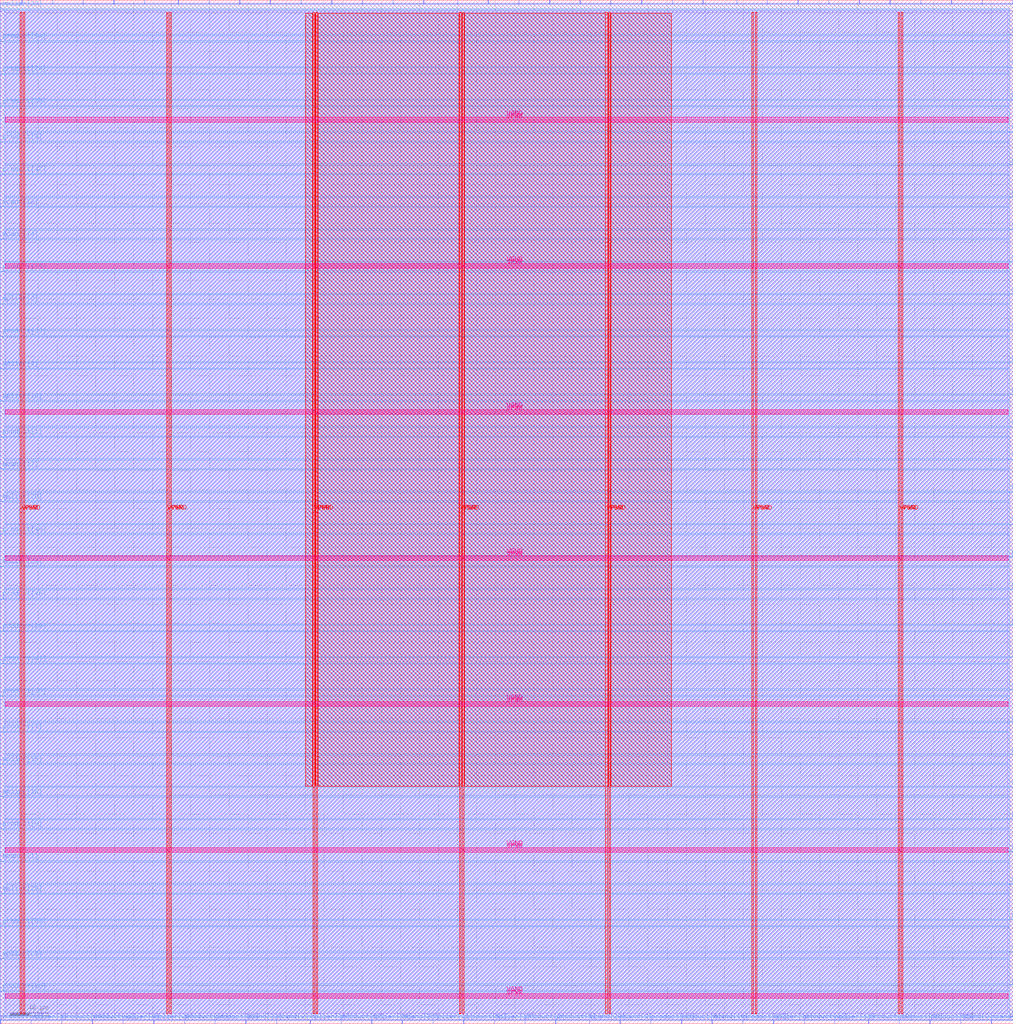
<source format=lef>
VERSION 5.7 ;
  NOWIREEXTENSIONATPIN ON ;
  DIVIDERCHAR "/" ;
  BUSBITCHARS "[]" ;
MACRO combinational_multiplier_32x32
  CLASS BLOCK ;
  FOREIGN combinational_multiplier_32x32 ;
  ORIGIN 0.000 0.000 ;
  SIZE 1063.210 BY 1073.930 ;
  PIN VGND
    DIRECTION INOUT ;
    USE GROUND ;
    PORT
      LAYER met4 ;
        RECT 24.340 10.640 25.940 1061.040 ;
    END
    PORT
      LAYER met4 ;
        RECT 177.940 10.640 179.540 1061.040 ;
    END
    PORT
      LAYER met4 ;
        RECT 331.540 10.640 333.140 1061.040 ;
    END
    PORT
      LAYER met4 ;
        RECT 485.140 10.640 486.740 1061.040 ;
    END
    PORT
      LAYER met4 ;
        RECT 638.740 10.640 640.340 1061.040 ;
    END
    PORT
      LAYER met4 ;
        RECT 792.340 10.640 793.940 1061.040 ;
    END
    PORT
      LAYER met4 ;
        RECT 945.940 10.640 947.540 1061.040 ;
    END
    PORT
      LAYER met5 ;
        RECT 5.280 30.030 1057.780 31.630 ;
    END
    PORT
      LAYER met5 ;
        RECT 5.280 183.210 1057.780 184.810 ;
    END
    PORT
      LAYER met5 ;
        RECT 5.280 336.390 1057.780 337.990 ;
    END
    PORT
      LAYER met5 ;
        RECT 5.280 489.570 1057.780 491.170 ;
    END
    PORT
      LAYER met5 ;
        RECT 5.280 642.750 1057.780 644.350 ;
    END
    PORT
      LAYER met5 ;
        RECT 5.280 795.930 1057.780 797.530 ;
    END
    PORT
      LAYER met5 ;
        RECT 5.280 949.110 1057.780 950.710 ;
    END
  END VGND
  PIN VPWR
    DIRECTION INOUT ;
    USE POWER ;
    PORT
      LAYER met4 ;
        RECT 21.040 10.640 22.640 1061.040 ;
    END
    PORT
      LAYER met4 ;
        RECT 174.640 10.640 176.240 1061.040 ;
    END
    PORT
      LAYER met4 ;
        RECT 328.240 10.640 329.840 1061.040 ;
    END
    PORT
      LAYER met4 ;
        RECT 481.840 10.640 483.440 1061.040 ;
    END
    PORT
      LAYER met4 ;
        RECT 635.440 10.640 637.040 1061.040 ;
    END
    PORT
      LAYER met4 ;
        RECT 789.040 10.640 790.640 1061.040 ;
    END
    PORT
      LAYER met4 ;
        RECT 942.640 10.640 944.240 1061.040 ;
    END
    PORT
      LAYER met5 ;
        RECT 5.280 26.730 1057.780 28.330 ;
    END
    PORT
      LAYER met5 ;
        RECT 5.280 179.910 1057.780 181.510 ;
    END
    PORT
      LAYER met5 ;
        RECT 5.280 333.090 1057.780 334.690 ;
    END
    PORT
      LAYER met5 ;
        RECT 5.280 486.270 1057.780 487.870 ;
    END
    PORT
      LAYER met5 ;
        RECT 5.280 639.450 1057.780 641.050 ;
    END
    PORT
      LAYER met5 ;
        RECT 5.280 792.630 1057.780 794.230 ;
    END
    PORT
      LAYER met5 ;
        RECT 5.280 945.810 1057.780 947.410 ;
    END
  END VPWR
  PIN mcand[0]
    DIRECTION INPUT ;
    USE SIGNAL ;
    ANTENNAGATEAREA 0.990000 ;
    PORT
      LAYER met3 ;
        RECT 1059.210 1037.040 1063.210 1037.640 ;
    END
  END mcand[0]
  PIN mcand[10]
    DIRECTION INPUT ;
    USE SIGNAL ;
    ANTENNAGATEAREA 0.742500 ;
    PORT
      LAYER met3 ;
        RECT 1059.210 384.240 1063.210 384.840 ;
    END
  END mcand[10]
  PIN mcand[11]
    DIRECTION INPUT ;
    USE SIGNAL ;
    ANTENNAGATEAREA 0.742500 ;
    PORT
      LAYER met3 ;
        RECT 1059.210 591.640 1063.210 592.240 ;
    END
  END mcand[11]
  PIN mcand[12]
    DIRECTION INPUT ;
    USE SIGNAL ;
    ANTENNAGATEAREA 0.426000 ;
    PORT
      LAYER met3 ;
        RECT 0.000 856.840 4.000 857.440 ;
    END
  END mcand[12]
  PIN mcand[13]
    DIRECTION INPUT ;
    USE SIGNAL ;
    ANTENNAGATEAREA 0.742500 ;
    PORT
      LAYER met2 ;
        RECT 479.870 1069.930 480.150 1073.930 ;
    END
  END mcand[13]
  PIN mcand[14]
    DIRECTION INPUT ;
    USE SIGNAL ;
    ANTENNAGATEAREA 0.742500 ;
    PORT
      LAYER met3 ;
        RECT 0.000 822.840 4.000 823.440 ;
    END
  END mcand[14]
  PIN mcand[15]
    DIRECTION INPUT ;
    USE SIGNAL ;
    ANTENNAGATEAREA 0.247500 ;
    PORT
      LAYER met2 ;
        RECT 512.070 1069.930 512.350 1073.930 ;
    END
  END mcand[15]
  PIN mcand[16]
    DIRECTION INPUT ;
    USE SIGNAL ;
    ANTENNAGATEAREA 0.426000 ;
    PORT
      LAYER met2 ;
        RECT 747.130 0.000 747.410 4.000 ;
    END
  END mcand[16]
  PIN mcand[17]
    DIRECTION INPUT ;
    USE SIGNAL ;
    ANTENNAGATEAREA 0.495000 ;
    PORT
      LAYER met3 ;
        RECT 0.000 581.440 4.000 582.040 ;
    END
  END mcand[17]
  PIN mcand[18]
    DIRECTION INPUT ;
    USE SIGNAL ;
    ANTENNAGATEAREA 0.742500 ;
    PORT
      LAYER met2 ;
        RECT 901.690 1069.930 901.970 1073.930 ;
    END
  END mcand[18]
  PIN mcand[19]
    DIRECTION INPUT ;
    USE SIGNAL ;
    ANTENNAGATEAREA 0.742500 ;
    PORT
      LAYER met2 ;
        RECT 186.850 1069.930 187.130 1073.930 ;
    END
  END mcand[19]
  PIN mcand[1]
    DIRECTION INPUT ;
    USE SIGNAL ;
    ANTENNAGATEAREA 0.742500 ;
    PORT
      LAYER met2 ;
        RECT 933.890 1069.930 934.170 1073.930 ;
    END
  END mcand[1]
  PIN mcand[20]
    DIRECTION INPUT ;
    USE SIGNAL ;
    ANTENNAGATEAREA 0.852000 ;
    PORT
      LAYER met2 ;
        RECT 1040.150 0.000 1040.430 4.000 ;
    END
  END mcand[20]
  PIN mcand[21]
    DIRECTION INPUT ;
    USE SIGNAL ;
    ANTENNAGATEAREA 0.852000 ;
    PORT
      LAYER met3 ;
        RECT 0.000 170.040 4.000 170.640 ;
    END
  END mcand[21]
  PIN mcand[22]
    DIRECTION INPUT ;
    USE SIGNAL ;
    ANTENNAGATEAREA 0.426000 ;
    PORT
      LAYER met2 ;
        RECT 257.690 0.000 257.970 4.000 ;
    END
  END mcand[22]
  PIN mcand[23]
    DIRECTION INPUT ;
    USE SIGNAL ;
    ANTENNAGATEAREA 0.742500 ;
    PORT
      LAYER met3 ;
        RECT 1059.210 350.240 1063.210 350.840 ;
    END
  END mcand[23]
  PIN mcand[24]
    DIRECTION INPUT ;
    USE SIGNAL ;
    ANTENNAGATEAREA 0.742500 ;
    PORT
      LAYER met2 ;
        RECT 1062.690 1069.930 1062.970 1073.930 ;
    END
  END mcand[24]
  PIN mcand[25]
    DIRECTION INPUT ;
    USE SIGNAL ;
    ANTENNAGATEAREA 0.495000 ;
    PORT
      LAYER met3 ;
        RECT 1059.210 248.240 1063.210 248.840 ;
    END
  END mcand[25]
  PIN mcand[26]
    DIRECTION INPUT ;
    USE SIGNAL ;
    ANTENNAGATEAREA 0.852000 ;
    PORT
      LAYER met2 ;
        RECT 421.910 0.000 422.190 4.000 ;
    END
  END mcand[26]
  PIN mcand[27]
    DIRECTION INPUT ;
    USE SIGNAL ;
    ANTENNAGATEAREA 0.247500 ;
    PORT
      LAYER met2 ;
        RECT 444.450 1069.930 444.730 1073.930 ;
    END
  END mcand[27]
  PIN mcand[28]
    DIRECTION INPUT ;
    USE SIGNAL ;
    ANTENNAGATEAREA 0.247500 ;
    PORT
      LAYER met3 ;
        RECT 1059.210 799.040 1063.210 799.640 ;
    END
  END mcand[28]
  PIN mcand[29]
    DIRECTION INPUT ;
    USE SIGNAL ;
    ANTENNAGATEAREA 0.742500 ;
    PORT
      LAYER met2 ;
        RECT 618.330 0.000 618.610 4.000 ;
    END
  END mcand[29]
  PIN mcand[2]
    DIRECTION INPUT ;
    USE SIGNAL ;
    ANTENNAGATEAREA 0.247500 ;
    PORT
      LAYER met2 ;
        RECT 289.890 0.000 290.170 4.000 ;
    END
  END mcand[2]
  PIN mcand[30]
    DIRECTION INPUT ;
    USE SIGNAL ;
    ANTENNAGATEAREA 0.213000 ;
    PORT
      LAYER met2 ;
        RECT 251.250 1069.930 251.530 1073.930 ;
    END
  END mcand[30]
  PIN mcand[31]
    DIRECTION INPUT ;
    USE SIGNAL ;
    ANTENNAGATEAREA 0.213000 ;
    PORT
      LAYER met3 ;
        RECT 1059.210 625.640 1063.210 626.240 ;
    END
  END mcand[31]
  PIN mcand[3]
    DIRECTION INPUT ;
    USE SIGNAL ;
    ANTENNAGATEAREA 0.495000 ;
    PORT
      LAYER met2 ;
        RECT 650.530 0.000 650.810 4.000 ;
    END
  END mcand[3]
  PIN mcand[4]
    DIRECTION INPUT ;
    USE SIGNAL ;
    ANTENNAGATEAREA 0.990000 ;
    PORT
      LAYER met2 ;
        RECT 998.290 1069.930 998.570 1073.930 ;
    END
  END mcand[4]
  PIN mcand[5]
    DIRECTION INPUT ;
    USE SIGNAL ;
    ANTENNAGATEAREA 0.247500 ;
    PORT
      LAYER met2 ;
        RECT 576.470 1069.930 576.750 1073.930 ;
    END
  END mcand[5]
  PIN mcand[6]
    DIRECTION INPUT ;
    USE SIGNAL ;
    ANTENNAGATEAREA 0.990000 ;
    PORT
      LAYER met3 ;
        RECT 1059.210 727.640 1063.210 728.240 ;
    END
  END mcand[6]
  PIN mcand[7]
    DIRECTION INPUT ;
    USE SIGNAL ;
    ANTENNAGATEAREA 0.990000 ;
    PORT
      LAYER met2 ;
        RECT 673.070 1069.930 673.350 1073.930 ;
    END
  END mcand[7]
  PIN mcand[8]
    DIRECTION INPUT ;
    USE SIGNAL ;
    ANTENNAGATEAREA 0.852000 ;
    PORT
      LAYER met2 ;
        RECT 1007.950 0.000 1008.230 4.000 ;
    END
  END mcand[8]
  PIN mcand[9]
    DIRECTION INPUT ;
    USE SIGNAL ;
    ANTENNAGATEAREA 0.495000 ;
    PORT
      LAYER met3 ;
        RECT 1059.210 523.640 1063.210 524.240 ;
    END
  END mcand[9]
  PIN mplier[0]
    DIRECTION INPUT ;
    USE SIGNAL ;
    ANTENNAGATEAREA 0.742500 ;
    PORT
      LAYER met3 ;
        RECT 0.000 754.840 4.000 755.440 ;
    END
  END mplier[0]
  PIN mplier[10]
    DIRECTION INPUT ;
    USE SIGNAL ;
    ANTENNAGATEAREA 0.742500 ;
    PORT
      LAYER met3 ;
        RECT 1059.210 765.040 1063.210 765.640 ;
    END
  END mplier[10]
  PIN mplier[11]
    DIRECTION INPUT ;
    USE SIGNAL ;
    ANTENNAGATEAREA 0.742500 ;
    PORT
      LAYER met2 ;
        RECT 454.110 0.000 454.390 4.000 ;
    END
  END mplier[11]
  PIN mplier[12]
    DIRECTION INPUT ;
    USE SIGNAL ;
    ANTENNAGATEAREA 0.495000 ;
    PORT
      LAYER met2 ;
        RECT 1030.490 1069.930 1030.770 1073.930 ;
    END
  END mplier[12]
  PIN mplier[13]
    DIRECTION INPUT ;
    USE SIGNAL ;
    ANTENNAGATEAREA 0.742500 ;
    PORT
      LAYER met2 ;
        RECT 875.930 0.000 876.210 4.000 ;
    END
  END mplier[13]
  PIN mplier[14]
    DIRECTION INPUT ;
    USE SIGNAL ;
    ANTENNAGATEAREA 0.742500 ;
    PORT
      LAYER met2 ;
        RECT 811.530 0.000 811.810 4.000 ;
    END
  END mplier[14]
  PIN mplier[15]
    DIRECTION INPUT ;
    USE SIGNAL ;
    ANTENNAGATEAREA 0.247500 ;
    PORT
      LAYER met3 ;
        RECT 0.000 272.040 4.000 272.640 ;
    END
  END mplier[15]
  PIN mplier[16]
    DIRECTION INPUT ;
    USE SIGNAL ;
    ANTENNAGATEAREA 0.426000 ;
    PORT
      LAYER met2 ;
        RECT 325.310 0.000 325.590 4.000 ;
    END
  END mplier[16]
  PIN mplier[17]
    DIRECTION INPUT ;
    USE SIGNAL ;
    ANTENNAGATEAREA 0.247500 ;
    PORT
      LAYER met2 ;
        RECT 518.510 0.000 518.790 4.000 ;
    END
  END mplier[17]
  PIN mplier[18]
    DIRECTION INPUT ;
    USE SIGNAL ;
    ANTENNAGATEAREA 0.426000 ;
    PORT
      LAYER met3 ;
        RECT 0.000 238.040 4.000 238.640 ;
    END
  END mplier[18]
  PIN mplier[19]
    DIRECTION INPUT ;
    USE SIGNAL ;
    ANTENNAGATEAREA 0.495000 ;
    PORT
      LAYER met2 ;
        RECT 608.670 1069.930 608.950 1073.930 ;
    END
  END mplier[19]
  PIN mplier[1]
    DIRECTION INPUT ;
    USE SIGNAL ;
    ANTENNAGATEAREA 0.742500 ;
    PORT
      LAYER met2 ;
        RECT 32.290 0.000 32.570 4.000 ;
    END
  END mplier[1]
  PIN mplier[20]
    DIRECTION INPUT ;
    USE SIGNAL ;
    ANTENNAGATEAREA 0.247500 ;
    PORT
      LAYER met3 ;
        RECT 0.000 547.440 4.000 548.040 ;
    END
  END mplier[20]
  PIN mplier[21]
    DIRECTION INPUT ;
    USE SIGNAL ;
    ANTENNAGATEAREA 0.742500 ;
    PORT
      LAYER met2 ;
        RECT 119.230 1069.930 119.510 1073.930 ;
    END
  END mplier[21]
  PIN mplier[22]
    DIRECTION INPUT ;
    USE SIGNAL ;
    ANTENNAGATEAREA 0.742500 ;
    PORT
      LAYER met2 ;
        RECT 737.470 1069.930 737.750 1073.930 ;
    END
  END mplier[22]
  PIN mplier[23]
    DIRECTION INPUT ;
    USE SIGNAL ;
    ANTENNAGATEAREA 0.247500 ;
    PORT
      LAYER met2 ;
        RECT 315.650 1069.930 315.930 1073.930 ;
    END
  END mplier[23]
  PIN mplier[24]
    DIRECTION INPUT ;
    USE SIGNAL ;
    ANTENNAGATEAREA 0.247500 ;
    PORT
      LAYER met3 ;
        RECT 0.000 652.840 4.000 653.440 ;
    END
  END mplier[24]
  PIN mplier[25]
    DIRECTION INPUT ;
    USE SIGNAL ;
    ANTENNAGATEAREA 0.426000 ;
    PORT
      LAYER met3 ;
        RECT 0.000 136.040 4.000 136.640 ;
    END
  END mplier[25]
  PIN mplier[26]
    DIRECTION INPUT ;
    USE SIGNAL ;
    ANTENNAGATEAREA 0.426000 ;
    PORT
      LAYER met3 ;
        RECT 0.000 479.440 4.000 480.040 ;
    END
  END mplier[26]
  PIN mplier[27]
    DIRECTION INPUT ;
    USE SIGNAL ;
    ANTENNAGATEAREA 0.742500 ;
    PORT
      LAYER met3 ;
        RECT 1059.210 74.840 1063.210 75.440 ;
    END
  END mplier[27]
  PIN mplier[28]
    DIRECTION INPUT ;
    USE SIGNAL ;
    ANTENNAGATEAREA 0.495000 ;
    PORT
      LAYER met2 ;
        RECT 389.710 0.000 389.990 4.000 ;
    END
  END mplier[28]
  PIN mplier[29]
    DIRECTION INPUT ;
    USE SIGNAL ;
    ANTENNAGATEAREA 0.247500 ;
    PORT
      LAYER met2 ;
        RECT 161.090 0.000 161.370 4.000 ;
    END
  END mplier[29]
  PIN mplier[2]
    DIRECTION INPUT ;
    USE SIGNAL ;
    ANTENNAGATEAREA 0.742500 ;
    PORT
      LAYER met3 ;
        RECT 1059.210 1003.040 1063.210 1003.640 ;
    END
  END mplier[2]
  PIN mplier[30]
    DIRECTION INPUT ;
    USE SIGNAL ;
    ANTENNAGATEAREA 0.742500 ;
    PORT
      LAYER met3 ;
        RECT 0.000 1064.240 4.000 1064.840 ;
    END
  END mplier[30]
  PIN mplier[31]
    DIRECTION INPUT ;
    USE SIGNAL ;
    ANTENNAGATEAREA 0.426000 ;
    PORT
      LAYER met3 ;
        RECT 0.000 68.040 4.000 68.640 ;
    END
  END mplier[31]
  PIN mplier[3]
    DIRECTION INPUT ;
    USE SIGNAL ;
    ANTENNAGATEAREA 0.742500 ;
    PORT
      LAYER met2 ;
        RECT 283.450 1069.930 283.730 1073.930 ;
    END
  END mplier[3]
  PIN mplier[4]
    DIRECTION INPUT ;
    USE SIGNAL ;
    ANTENNAGATEAREA 0.426000 ;
    PORT
      LAYER met3 ;
        RECT 0.000 686.840 4.000 687.440 ;
    END
  END mplier[4]
  PIN mplier[5]
    DIRECTION INPUT ;
    USE SIGNAL ;
    ANTENNAGATEAREA 0.426000 ;
    PORT
      LAYER met3 ;
        RECT 1059.210 935.040 1063.210 935.640 ;
    END
  END mplier[5]
  PIN mplier[6]
    DIRECTION INPUT ;
    USE SIGNAL ;
    ANTENNAGATEAREA 0.247500 ;
    PORT
      LAYER met3 ;
        RECT 1059.210 833.040 1063.210 833.640 ;
    END
  END mplier[6]
  PIN mplier[7]
    DIRECTION INPUT ;
    USE SIGNAL ;
    ANTENNAGATEAREA 0.742500 ;
    PORT
      LAYER met2 ;
        RECT 87.030 1069.930 87.310 1073.930 ;
    END
  END mplier[7]
  PIN mplier[8]
    DIRECTION INPUT ;
    USE SIGNAL ;
    ANTENNAGATEAREA 0.495000 ;
    PORT
      LAYER met2 ;
        RECT 151.430 1069.930 151.710 1073.930 ;
    END
  END mplier[8]
  PIN mplier[9]
    DIRECTION INPUT ;
    USE SIGNAL ;
    ANTENNAGATEAREA 0.852000 ;
    PORT
      LAYER met2 ;
        RECT 128.890 0.000 129.170 4.000 ;
    END
  END mplier[9]
  PIN product[0]
    DIRECTION OUTPUT TRISTATE ;
    USE SIGNAL ;
    ANTENNADIFFAREA 0.795200 ;
    PORT
      LAYER met3 ;
        RECT 0.000 204.040 4.000 204.640 ;
    END
  END product[0]
  PIN product[10]
    DIRECTION OUTPUT TRISTATE ;
    USE SIGNAL ;
    ANTENNADIFFAREA 0.795200 ;
    PORT
      LAYER met2 ;
        RECT 380.050 1069.930 380.330 1073.930 ;
    END
  END product[10]
  PIN product[11]
    DIRECTION OUTPUT TRISTATE ;
    USE SIGNAL ;
    ANTENNADIFFAREA 0.795200 ;
    PORT
      LAYER met3 ;
        RECT 1059.210 418.240 1063.210 418.840 ;
    END
  END product[11]
  PIN product[12]
    DIRECTION OUTPUT TRISTATE ;
    USE SIGNAL ;
    ANTENNADIFFAREA 0.795200 ;
    PORT
      LAYER met3 ;
        RECT 1059.210 282.240 1063.210 282.840 ;
    END
  END product[12]
  PIN product[13]
    DIRECTION OUTPUT TRISTATE ;
    USE SIGNAL ;
    ANTENNADIFFAREA 0.795200 ;
    PORT
      LAYER met3 ;
        RECT 0.000 788.840 4.000 789.440 ;
    END
  END product[13]
  PIN product[14]
    DIRECTION OUTPUT TRISTATE ;
    USE SIGNAL ;
    ANTENNADIFFAREA 0.795200 ;
    PORT
      LAYER met2 ;
        RECT 412.250 1069.930 412.530 1073.930 ;
    END
  END product[14]
  PIN product[15]
    DIRECTION OUTPUT TRISTATE ;
    USE SIGNAL ;
    ANTENNADIFFAREA 0.795200 ;
    PORT
      LAYER met3 ;
        RECT 1059.210 6.840 1063.210 7.440 ;
    END
  END product[15]
  PIN product[16]
    DIRECTION OUTPUT TRISTATE ;
    USE SIGNAL ;
    ANTENNADIFFAREA 0.795200 ;
    PORT
      LAYER met3 ;
        RECT 1059.210 316.240 1063.210 316.840 ;
    END
  END product[16]
  PIN product[17]
    DIRECTION OUTPUT TRISTATE ;
    USE SIGNAL ;
    ANTENNADIFFAREA 0.795200 ;
    PORT
      LAYER met2 ;
        RECT 837.290 1069.930 837.570 1073.930 ;
    END
  END product[17]
  PIN product[18]
    DIRECTION OUTPUT TRISTATE ;
    USE SIGNAL ;
    ANTENNADIFFAREA 0.795200 ;
    PORT
      LAYER met3 ;
        RECT 1059.210 180.240 1063.210 180.840 ;
    END
  END product[18]
  PIN product[19]
    DIRECTION OUTPUT TRISTATE ;
    USE SIGNAL ;
    ANTENNADIFFAREA 0.795200 ;
    PORT
      LAYER met2 ;
        RECT 911.350 0.000 911.630 4.000 ;
    END
  END product[19]
  PIN product[1]
    DIRECTION OUTPUT TRISTATE ;
    USE SIGNAL ;
    ANTENNADIFFAREA 0.795200 ;
    PORT
      LAYER met3 ;
        RECT 0.000 615.440 4.000 616.040 ;
    END
  END product[1]
  PIN product[20]
    DIRECTION OUTPUT TRISTATE ;
    USE SIGNAL ;
    ANTENNADIFFAREA 0.795200 ;
    PORT
      LAYER met3 ;
        RECT 0.000 34.040 4.000 34.640 ;
    END
  END product[20]
  PIN product[21]
    DIRECTION OUTPUT TRISTATE ;
    USE SIGNAL ;
    ANTENNADIFFAREA 0.795200 ;
    PORT
      LAYER met3 ;
        RECT 1059.210 969.040 1063.210 969.640 ;
    END
  END product[21]
  PIN product[22]
    DIRECTION OUTPUT TRISTATE ;
    USE SIGNAL ;
    ANTENNADIFFAREA 0.795200 ;
    PORT
      LAYER met2 ;
        RECT 225.490 0.000 225.770 4.000 ;
    END
  END product[22]
  PIN product[23]
    DIRECTION OUTPUT TRISTATE ;
    USE SIGNAL ;
    ANTENNADIFFAREA 0.795200 ;
    PORT
      LAYER met3 ;
        RECT 1059.210 108.840 1063.210 109.440 ;
    END
  END product[23]
  PIN product[24]
    DIRECTION OUTPUT TRISTATE ;
    USE SIGNAL ;
    ANTENNADIFFAREA 0.795200 ;
    PORT
      LAYER met3 ;
        RECT 0.000 996.240 4.000 996.840 ;
    END
  END product[24]
  PIN product[25]
    DIRECTION OUTPUT TRISTATE ;
    USE SIGNAL ;
    ANTENNADIFFAREA 0.795200 ;
    PORT
      LAYER met2 ;
        RECT 975.750 0.000 976.030 4.000 ;
    END
  END product[25]
  PIN product[26]
    DIRECTION OUTPUT TRISTATE ;
    USE SIGNAL ;
    ANTENNADIFFAREA 0.795200 ;
    PORT
      LAYER met2 ;
        RECT 544.270 1069.930 544.550 1073.930 ;
    END
  END product[26]
  PIN product[27]
    DIRECTION OUTPUT TRISTATE ;
    USE SIGNAL ;
    ANTENNADIFFAREA 0.795200 ;
    PORT
      LAYER met2 ;
        RECT 779.330 0.000 779.610 4.000 ;
    END
  END product[27]
  PIN product[28]
    DIRECTION OUTPUT TRISTATE ;
    USE SIGNAL ;
    ANTENNADIFFAREA 0.795200 ;
    PORT
      LAYER met2 ;
        RECT 96.690 0.000 96.970 4.000 ;
    END
  END product[28]
  PIN product[29]
    DIRECTION OUTPUT TRISTATE ;
    USE SIGNAL ;
    ANTENNADIFFAREA 0.795200 ;
    PORT
      LAYER met3 ;
        RECT 0.000 411.440 4.000 412.040 ;
    END
  END product[29]
  PIN product[2]
    DIRECTION OUTPUT TRISTATE ;
    USE SIGNAL ;
    ANTENNADIFFAREA 0.795200 ;
    PORT
      LAYER met3 ;
        RECT 1059.210 40.840 1063.210 41.440 ;
    END
  END product[2]
  PIN product[30]
    DIRECTION OUTPUT TRISTATE ;
    USE SIGNAL ;
    ANTENNADIFFAREA 0.795200 ;
    PORT
      LAYER met3 ;
        RECT 0.000 343.440 4.000 344.040 ;
    END
  END product[30]
  PIN product[31]
    DIRECTION OUTPUT TRISTATE ;
    USE SIGNAL ;
    ANTENNADIFFAREA 0.795200 ;
    PORT
      LAYER met3 ;
        RECT 1059.210 455.640 1063.210 456.240 ;
    END
  END product[31]
  PIN product[32]
    DIRECTION OUTPUT TRISTATE ;
    USE SIGNAL ;
    ANTENNADIFFAREA 0.795200 ;
    PORT
      LAYER met2 ;
        RECT 843.730 0.000 844.010 4.000 ;
    END
  END product[32]
  PIN product[33]
    DIRECTION OUTPUT TRISTATE ;
    USE SIGNAL ;
    ANTENNADIFFAREA 0.795200 ;
    PORT
      LAYER met3 ;
        RECT 0.000 720.840 4.000 721.440 ;
    END
  END product[33]
  PIN product[34]
    DIRECTION OUTPUT TRISTATE ;
    USE SIGNAL ;
    ANTENNADIFFAREA 0.795200 ;
    PORT
      LAYER met3 ;
        RECT 1059.210 214.240 1063.210 214.840 ;
    END
  END product[34]
  PIN product[35]
    DIRECTION OUTPUT TRISTATE ;
    USE SIGNAL ;
    ANTENNADIFFAREA 0.795200 ;
    PORT
      LAYER met3 ;
        RECT 0.000 962.240 4.000 962.840 ;
    END
  END product[35]
  PIN product[36]
    DIRECTION OUTPUT TRISTATE ;
    USE SIGNAL ;
    ANTENNADIFFAREA 0.795200 ;
    PORT
      LAYER met3 ;
        RECT 1059.210 557.640 1063.210 558.240 ;
    END
  END product[36]
  PIN product[37]
    DIRECTION OUTPUT TRISTATE ;
    USE SIGNAL ;
    ANTENNADIFFAREA 0.795200 ;
    PORT
      LAYER met3 ;
        RECT 1059.210 867.040 1063.210 867.640 ;
    END
  END product[37]
  PIN product[38]
    DIRECTION OUTPUT TRISTATE ;
    USE SIGNAL ;
    ANTENNADIFFAREA 0.795200 ;
    PORT
      LAYER met2 ;
        RECT 943.550 0.000 943.830 4.000 ;
    END
  END product[38]
  PIN product[39]
    DIRECTION OUTPUT TRISTATE ;
    USE SIGNAL ;
    ANTENNADIFFAREA 0.795200 ;
    PORT
      LAYER met3 ;
        RECT 1059.210 901.040 1063.210 901.640 ;
    END
  END product[39]
  PIN product[3]
    DIRECTION OUTPUT TRISTATE ;
    USE SIGNAL ;
    ANTENNADIFFAREA 0.795200 ;
    PORT
      LAYER met2 ;
        RECT 550.710 0.000 550.990 4.000 ;
    END
  END product[3]
  PIN product[40]
    DIRECTION OUTPUT TRISTATE ;
    USE SIGNAL ;
    ANTENNADIFFAREA 0.795200 ;
    PORT
      LAYER met3 ;
        RECT 0.000 513.440 4.000 514.040 ;
    END
  END product[40]
  PIN product[41]
    DIRECTION OUTPUT TRISTATE ;
    USE SIGNAL ;
    ANTENNADIFFAREA 0.795200 ;
    PORT
      LAYER met3 ;
        RECT 0.000 377.440 4.000 378.040 ;
    END
  END product[41]
  PIN product[42]
    DIRECTION OUTPUT TRISTATE ;
    USE SIGNAL ;
    ANTENNADIFFAREA 0.795200 ;
    PORT
      LAYER met2 ;
        RECT 0.090 0.000 0.370 4.000 ;
    END
  END product[42]
  PIN product[43]
    DIRECTION OUTPUT TRISTATE ;
    USE SIGNAL ;
    ANTENNADIFFAREA 0.795200 ;
    PORT
      LAYER met2 ;
        RECT 682.730 0.000 683.010 4.000 ;
    END
  END product[43]
  PIN product[44]
    DIRECTION OUTPUT TRISTATE ;
    USE SIGNAL ;
    ANTENNADIFFAREA 0.795200 ;
    PORT
      LAYER met2 ;
        RECT 22.630 1069.930 22.910 1073.930 ;
    END
  END product[44]
  PIN product[45]
    DIRECTION OUTPUT TRISTATE ;
    USE SIGNAL ;
    ANTENNADIFFAREA 0.795200 ;
    PORT
      LAYER met2 ;
        RECT 347.850 1069.930 348.130 1073.930 ;
    END
  END product[45]
  PIN product[46]
    DIRECTION OUTPUT TRISTATE ;
    USE SIGNAL ;
    ANTENNADIFFAREA 0.795200 ;
    PORT
      LAYER met2 ;
        RECT 705.270 1069.930 705.550 1073.930 ;
    END
  END product[46]
  PIN product[47]
    DIRECTION OUTPUT TRISTATE ;
    USE SIGNAL ;
    ANTENNADIFFAREA 0.795200 ;
    PORT
      LAYER met3 ;
        RECT 0.000 890.840 4.000 891.440 ;
    END
  END product[47]
  PIN product[48]
    DIRECTION OUTPUT TRISTATE ;
    USE SIGNAL ;
    ANTENNADIFFAREA 0.795200 ;
    PORT
      LAYER met3 ;
        RECT 0.000 445.440 4.000 446.040 ;
    END
  END product[48]
  PIN product[49]
    DIRECTION OUTPUT TRISTATE ;
    USE SIGNAL ;
    ANTENNADIFFAREA 0.795200 ;
    PORT
      LAYER met2 ;
        RECT 64.490 0.000 64.770 4.000 ;
    END
  END product[49]
  PIN product[4]
    DIRECTION OUTPUT TRISTATE ;
    USE SIGNAL ;
    ANTENNADIFFAREA 0.795200 ;
    PORT
      LAYER met2 ;
        RECT 869.490 1069.930 869.770 1073.930 ;
    END
  END product[4]
  PIN product[50]
    DIRECTION OUTPUT TRISTATE ;
    USE SIGNAL ;
    ANTENNADIFFAREA 0.795200 ;
    PORT
      LAYER met2 ;
        RECT 640.870 1069.930 641.150 1073.930 ;
    END
  END product[50]
  PIN product[51]
    DIRECTION OUTPUT TRISTATE ;
    USE SIGNAL ;
    ANTENNADIFFAREA 0.795200 ;
    PORT
      LAYER met2 ;
        RECT 486.310 0.000 486.590 4.000 ;
    END
  END product[51]
  PIN product[52]
    DIRECTION OUTPUT TRISTATE ;
    USE SIGNAL ;
    ANTENNADIFFAREA 0.795200 ;
    PORT
      LAYER met2 ;
        RECT 966.090 1069.930 966.370 1073.930 ;
    END
  END product[52]
  PIN product[53]
    DIRECTION OUTPUT TRISTATE ;
    USE SIGNAL ;
    ANTENNADIFFAREA 0.795200 ;
    PORT
      LAYER met3 ;
        RECT 1059.210 146.240 1063.210 146.840 ;
    END
  END product[53]
  PIN product[54]
    DIRECTION OUTPUT TRISTATE ;
    USE SIGNAL ;
    ANTENNADIFFAREA 0.795200 ;
    PORT
      LAYER met3 ;
        RECT 0.000 1030.240 4.000 1030.840 ;
    END
  END product[54]
  PIN product[55]
    DIRECTION OUTPUT TRISTATE ;
    USE SIGNAL ;
    ANTENNADIFFAREA 0.795200 ;
    PORT
      LAYER met3 ;
        RECT 1059.210 659.640 1063.210 660.240 ;
    END
  END product[55]
  PIN product[56]
    DIRECTION OUTPUT TRISTATE ;
    USE SIGNAL ;
    ANTENNADIFFAREA 0.795200 ;
    PORT
      LAYER met2 ;
        RECT 193.290 0.000 193.570 4.000 ;
    END
  END product[56]
  PIN product[57]
    DIRECTION OUTPUT TRISTATE ;
    USE SIGNAL ;
    ANTENNADIFFAREA 0.795200 ;
    PORT
      LAYER met2 ;
        RECT 357.510 0.000 357.790 4.000 ;
    END
  END product[57]
  PIN product[58]
    DIRECTION OUTPUT TRISTATE ;
    USE SIGNAL ;
    ANTENNADIFFAREA 0.891000 ;
    PORT
      LAYER met3 ;
        RECT 0.000 102.040 4.000 102.640 ;
    END
  END product[58]
  PIN product[59]
    DIRECTION OUTPUT TRISTATE ;
    USE SIGNAL ;
    ANTENNADIFFAREA 1.336500 ;
    PORT
      LAYER met3 ;
        RECT 1059.210 693.640 1063.210 694.240 ;
    END
  END product[59]
  PIN product[5]
    DIRECTION OUTPUT TRISTATE ;
    USE SIGNAL ;
    ANTENNADIFFAREA 0.795200 ;
    PORT
      LAYER met2 ;
        RECT 582.910 0.000 583.190 4.000 ;
    END
  END product[5]
  PIN product[60]
    DIRECTION OUTPUT TRISTATE ;
    USE SIGNAL ;
    ANTENNADIFFAREA 0.795200 ;
    PORT
      LAYER met2 ;
        RECT 805.090 1069.930 805.370 1073.930 ;
    END
  END product[60]
  PIN product[61]
    DIRECTION OUTPUT TRISTATE ;
    USE SIGNAL ;
    ANTENNADIFFAREA 0.795200 ;
    PORT
      LAYER met2 ;
        RECT 772.890 1069.930 773.170 1073.930 ;
    END
  END product[61]
  PIN product[62]
    DIRECTION OUTPUT TRISTATE ;
    USE SIGNAL ;
    ANTENNADIFFAREA 1.336500 ;
    PORT
      LAYER met2 ;
        RECT 54.830 1069.930 55.110 1073.930 ;
    END
  END product[62]
  PIN product[63]
    DIRECTION OUTPUT TRISTATE ;
    USE SIGNAL ;
    ANTENNADIFFAREA 1.782000 ;
    PORT
      LAYER met2 ;
        RECT 219.050 1069.930 219.330 1073.930 ;
    END
  END product[63]
  PIN product[6]
    DIRECTION OUTPUT TRISTATE ;
    USE SIGNAL ;
    ANTENNADIFFAREA 0.795200 ;
    PORT
      LAYER met2 ;
        RECT 714.930 0.000 715.210 4.000 ;
    END
  END product[6]
  PIN product[7]
    DIRECTION OUTPUT TRISTATE ;
    USE SIGNAL ;
    ANTENNADIFFAREA 0.795200 ;
    PORT
      LAYER met3 ;
        RECT 0.000 306.040 4.000 306.640 ;
    END
  END product[7]
  PIN product[8]
    DIRECTION OUTPUT TRISTATE ;
    USE SIGNAL ;
    ANTENNADIFFAREA 0.795200 ;
    PORT
      LAYER met3 ;
        RECT 0.000 924.840 4.000 925.440 ;
    END
  END product[8]
  PIN product[9]
    DIRECTION OUTPUT TRISTATE ;
    USE SIGNAL ;
    ANTENNADIFFAREA 0.795200 ;
    PORT
      LAYER met3 ;
        RECT 1059.210 489.640 1063.210 490.240 ;
    END
  END product[9]
  OBS
      LAYER li1 ;
        RECT 5.520 10.795 1057.540 1060.885 ;
      LAYER met1 ;
        RECT 0.070 7.860 1062.990 1062.460 ;
      LAYER met2 ;
        RECT 0.100 1069.650 22.350 1070.730 ;
        RECT 23.190 1069.650 54.550 1070.730 ;
        RECT 55.390 1069.650 86.750 1070.730 ;
        RECT 87.590 1069.650 118.950 1070.730 ;
        RECT 119.790 1069.650 151.150 1070.730 ;
        RECT 151.990 1069.650 186.570 1070.730 ;
        RECT 187.410 1069.650 218.770 1070.730 ;
        RECT 219.610 1069.650 250.970 1070.730 ;
        RECT 251.810 1069.650 283.170 1070.730 ;
        RECT 284.010 1069.650 315.370 1070.730 ;
        RECT 316.210 1069.650 347.570 1070.730 ;
        RECT 348.410 1069.650 379.770 1070.730 ;
        RECT 380.610 1069.650 411.970 1070.730 ;
        RECT 412.810 1069.650 444.170 1070.730 ;
        RECT 445.010 1069.650 479.590 1070.730 ;
        RECT 480.430 1069.650 511.790 1070.730 ;
        RECT 512.630 1069.650 543.990 1070.730 ;
        RECT 544.830 1069.650 576.190 1070.730 ;
        RECT 577.030 1069.650 608.390 1070.730 ;
        RECT 609.230 1069.650 640.590 1070.730 ;
        RECT 641.430 1069.650 672.790 1070.730 ;
        RECT 673.630 1069.650 704.990 1070.730 ;
        RECT 705.830 1069.650 737.190 1070.730 ;
        RECT 738.030 1069.650 772.610 1070.730 ;
        RECT 773.450 1069.650 804.810 1070.730 ;
        RECT 805.650 1069.650 837.010 1070.730 ;
        RECT 837.850 1069.650 869.210 1070.730 ;
        RECT 870.050 1069.650 901.410 1070.730 ;
        RECT 902.250 1069.650 933.610 1070.730 ;
        RECT 934.450 1069.650 965.810 1070.730 ;
        RECT 966.650 1069.650 998.010 1070.730 ;
        RECT 998.850 1069.650 1030.210 1070.730 ;
        RECT 1031.050 1069.650 1062.410 1070.730 ;
        RECT 0.100 4.280 1062.960 1069.650 ;
        RECT 0.650 3.670 32.010 4.280 ;
        RECT 32.850 3.670 64.210 4.280 ;
        RECT 65.050 3.670 96.410 4.280 ;
        RECT 97.250 3.670 128.610 4.280 ;
        RECT 129.450 3.670 160.810 4.280 ;
        RECT 161.650 3.670 193.010 4.280 ;
        RECT 193.850 3.670 225.210 4.280 ;
        RECT 226.050 3.670 257.410 4.280 ;
        RECT 258.250 3.670 289.610 4.280 ;
        RECT 290.450 3.670 325.030 4.280 ;
        RECT 325.870 3.670 357.230 4.280 ;
        RECT 358.070 3.670 389.430 4.280 ;
        RECT 390.270 3.670 421.630 4.280 ;
        RECT 422.470 3.670 453.830 4.280 ;
        RECT 454.670 3.670 486.030 4.280 ;
        RECT 486.870 3.670 518.230 4.280 ;
        RECT 519.070 3.670 550.430 4.280 ;
        RECT 551.270 3.670 582.630 4.280 ;
        RECT 583.470 3.670 618.050 4.280 ;
        RECT 618.890 3.670 650.250 4.280 ;
        RECT 651.090 3.670 682.450 4.280 ;
        RECT 683.290 3.670 714.650 4.280 ;
        RECT 715.490 3.670 746.850 4.280 ;
        RECT 747.690 3.670 779.050 4.280 ;
        RECT 779.890 3.670 811.250 4.280 ;
        RECT 812.090 3.670 843.450 4.280 ;
        RECT 844.290 3.670 875.650 4.280 ;
        RECT 876.490 3.670 911.070 4.280 ;
        RECT 911.910 3.670 943.270 4.280 ;
        RECT 944.110 3.670 975.470 4.280 ;
        RECT 976.310 3.670 1007.670 4.280 ;
        RECT 1008.510 3.670 1039.870 4.280 ;
        RECT 1040.710 3.670 1062.960 4.280 ;
      LAYER met3 ;
        RECT 4.400 1063.840 1059.210 1064.690 ;
        RECT 3.990 1038.040 1059.210 1063.840 ;
        RECT 3.990 1036.640 1058.810 1038.040 ;
        RECT 3.990 1031.240 1059.210 1036.640 ;
        RECT 4.400 1029.840 1059.210 1031.240 ;
        RECT 3.990 1004.040 1059.210 1029.840 ;
        RECT 3.990 1002.640 1058.810 1004.040 ;
        RECT 3.990 997.240 1059.210 1002.640 ;
        RECT 4.400 995.840 1059.210 997.240 ;
        RECT 3.990 970.040 1059.210 995.840 ;
        RECT 3.990 968.640 1058.810 970.040 ;
        RECT 3.990 963.240 1059.210 968.640 ;
        RECT 4.400 961.840 1059.210 963.240 ;
        RECT 3.990 936.040 1059.210 961.840 ;
        RECT 3.990 934.640 1058.810 936.040 ;
        RECT 3.990 925.840 1059.210 934.640 ;
        RECT 4.400 924.440 1059.210 925.840 ;
        RECT 3.990 902.040 1059.210 924.440 ;
        RECT 3.990 900.640 1058.810 902.040 ;
        RECT 3.990 891.840 1059.210 900.640 ;
        RECT 4.400 890.440 1059.210 891.840 ;
        RECT 3.990 868.040 1059.210 890.440 ;
        RECT 3.990 866.640 1058.810 868.040 ;
        RECT 3.990 857.840 1059.210 866.640 ;
        RECT 4.400 856.440 1059.210 857.840 ;
        RECT 3.990 834.040 1059.210 856.440 ;
        RECT 3.990 832.640 1058.810 834.040 ;
        RECT 3.990 823.840 1059.210 832.640 ;
        RECT 4.400 822.440 1059.210 823.840 ;
        RECT 3.990 800.040 1059.210 822.440 ;
        RECT 3.990 798.640 1058.810 800.040 ;
        RECT 3.990 789.840 1059.210 798.640 ;
        RECT 4.400 788.440 1059.210 789.840 ;
        RECT 3.990 766.040 1059.210 788.440 ;
        RECT 3.990 764.640 1058.810 766.040 ;
        RECT 3.990 755.840 1059.210 764.640 ;
        RECT 4.400 754.440 1059.210 755.840 ;
        RECT 3.990 728.640 1059.210 754.440 ;
        RECT 3.990 727.240 1058.810 728.640 ;
        RECT 3.990 721.840 1059.210 727.240 ;
        RECT 4.400 720.440 1059.210 721.840 ;
        RECT 3.990 694.640 1059.210 720.440 ;
        RECT 3.990 693.240 1058.810 694.640 ;
        RECT 3.990 687.840 1059.210 693.240 ;
        RECT 4.400 686.440 1059.210 687.840 ;
        RECT 3.990 660.640 1059.210 686.440 ;
        RECT 3.990 659.240 1058.810 660.640 ;
        RECT 3.990 653.840 1059.210 659.240 ;
        RECT 4.400 652.440 1059.210 653.840 ;
        RECT 3.990 626.640 1059.210 652.440 ;
        RECT 3.990 625.240 1058.810 626.640 ;
        RECT 3.990 616.440 1059.210 625.240 ;
        RECT 4.400 615.040 1059.210 616.440 ;
        RECT 3.990 592.640 1059.210 615.040 ;
        RECT 3.990 591.240 1058.810 592.640 ;
        RECT 3.990 582.440 1059.210 591.240 ;
        RECT 4.400 581.040 1059.210 582.440 ;
        RECT 3.990 558.640 1059.210 581.040 ;
        RECT 3.990 557.240 1058.810 558.640 ;
        RECT 3.990 548.440 1059.210 557.240 ;
        RECT 4.400 547.040 1059.210 548.440 ;
        RECT 3.990 524.640 1059.210 547.040 ;
        RECT 3.990 523.240 1058.810 524.640 ;
        RECT 3.990 514.440 1059.210 523.240 ;
        RECT 4.400 513.040 1059.210 514.440 ;
        RECT 3.990 490.640 1059.210 513.040 ;
        RECT 3.990 489.240 1058.810 490.640 ;
        RECT 3.990 480.440 1059.210 489.240 ;
        RECT 4.400 479.040 1059.210 480.440 ;
        RECT 3.990 456.640 1059.210 479.040 ;
        RECT 3.990 455.240 1058.810 456.640 ;
        RECT 3.990 446.440 1059.210 455.240 ;
        RECT 4.400 445.040 1059.210 446.440 ;
        RECT 3.990 419.240 1059.210 445.040 ;
        RECT 3.990 417.840 1058.810 419.240 ;
        RECT 3.990 412.440 1059.210 417.840 ;
        RECT 4.400 411.040 1059.210 412.440 ;
        RECT 3.990 385.240 1059.210 411.040 ;
        RECT 3.990 383.840 1058.810 385.240 ;
        RECT 3.990 378.440 1059.210 383.840 ;
        RECT 4.400 377.040 1059.210 378.440 ;
        RECT 3.990 351.240 1059.210 377.040 ;
        RECT 3.990 349.840 1058.810 351.240 ;
        RECT 3.990 344.440 1059.210 349.840 ;
        RECT 4.400 343.040 1059.210 344.440 ;
        RECT 3.990 317.240 1059.210 343.040 ;
        RECT 3.990 315.840 1058.810 317.240 ;
        RECT 3.990 307.040 1059.210 315.840 ;
        RECT 4.400 305.640 1059.210 307.040 ;
        RECT 3.990 283.240 1059.210 305.640 ;
        RECT 3.990 281.840 1058.810 283.240 ;
        RECT 3.990 273.040 1059.210 281.840 ;
        RECT 4.400 271.640 1059.210 273.040 ;
        RECT 3.990 249.240 1059.210 271.640 ;
        RECT 3.990 247.840 1058.810 249.240 ;
        RECT 3.990 239.040 1059.210 247.840 ;
        RECT 4.400 237.640 1059.210 239.040 ;
        RECT 3.990 215.240 1059.210 237.640 ;
        RECT 3.990 213.840 1058.810 215.240 ;
        RECT 3.990 205.040 1059.210 213.840 ;
        RECT 4.400 203.640 1059.210 205.040 ;
        RECT 3.990 181.240 1059.210 203.640 ;
        RECT 3.990 179.840 1058.810 181.240 ;
        RECT 3.990 171.040 1059.210 179.840 ;
        RECT 4.400 169.640 1059.210 171.040 ;
        RECT 3.990 147.240 1059.210 169.640 ;
        RECT 3.990 145.840 1058.810 147.240 ;
        RECT 3.990 137.040 1059.210 145.840 ;
        RECT 4.400 135.640 1059.210 137.040 ;
        RECT 3.990 109.840 1059.210 135.640 ;
        RECT 3.990 108.440 1058.810 109.840 ;
        RECT 3.990 103.040 1059.210 108.440 ;
        RECT 4.400 101.640 1059.210 103.040 ;
        RECT 3.990 75.840 1059.210 101.640 ;
        RECT 3.990 74.440 1058.810 75.840 ;
        RECT 3.990 69.040 1059.210 74.440 ;
        RECT 4.400 67.640 1059.210 69.040 ;
        RECT 3.990 41.840 1059.210 67.640 ;
        RECT 3.990 40.440 1058.810 41.840 ;
        RECT 3.990 35.040 1059.210 40.440 ;
        RECT 4.400 33.640 1059.210 35.040 ;
        RECT 3.990 7.840 1059.210 33.640 ;
        RECT 3.990 6.975 1058.810 7.840 ;
      LAYER met4 ;
        RECT 320.455 249.055 327.840 1059.945 ;
        RECT 330.240 249.055 331.140 1059.945 ;
        RECT 333.540 249.055 481.440 1059.945 ;
        RECT 483.840 249.055 484.740 1059.945 ;
        RECT 487.140 249.055 635.040 1059.945 ;
        RECT 637.440 249.055 638.340 1059.945 ;
        RECT 640.740 249.055 704.425 1059.945 ;
  END
END combinational_multiplier_32x32
END LIBRARY


</source>
